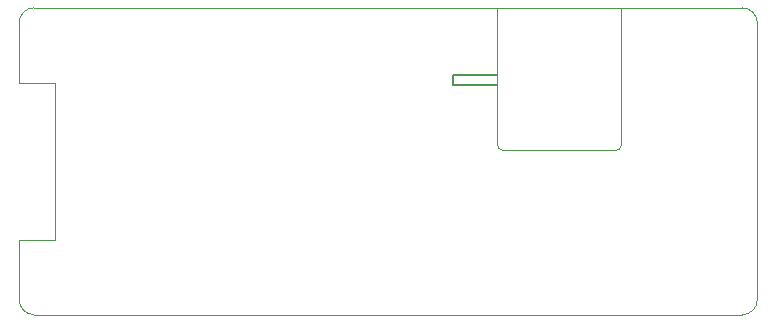
<source format=gm1>
G04*
G04 #@! TF.GenerationSoftware,Altium Limited,Altium Designer,18.1.4 (159)*
G04*
G04 Layer_Color=16711935*
%FSLAX25Y25*%
%MOIN*%
G70*
G01*
G75*
%ADD17C,0.00600*%
%ADD94C,0.00400*%
D17*
X134910Y69631D02*
X149400D01*
X134910D02*
Y73124D01*
X149400D01*
D94*
X189139Y47900D02*
G03*
X190839Y49600I0J1700D01*
G01*
X149500Y50000D02*
G03*
X151600Y47900I2100J0D01*
G01*
X231221Y-6847D02*
G03*
X236221Y-1846I0J5000D01*
G01*
Y90426D02*
G03*
X231221Y95426I-5000J0D01*
G01*
X-9811Y-1846D02*
G03*
X-4811Y-6847I5000J0D01*
G01*
X-4843Y95426D02*
G03*
X-9843Y90426I0J-5000D01*
G01*
X190839Y49600D02*
Y95366D01*
X151600Y47900D02*
X189139D01*
X149500Y50000D02*
Y95426D01*
X32Y18032D02*
X1969D01*
Y70400D01*
X0D02*
X1969D01*
X228000Y-6847D02*
X231221D01*
X236221Y-1846D02*
Y90426D01*
X221400Y95426D02*
X231221D01*
X-4811Y-6847D02*
X228000D01*
X-9811Y-1846D02*
Y0D01*
X-4843Y95426D02*
X221400D01*
X-9843Y70400D02*
Y90426D01*
Y70400D02*
X0D01*
X-9811Y0D02*
Y18032D01*
X32D01*
M02*

</source>
